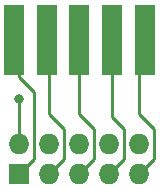
<source format=gtl>
G04 #@! TF.GenerationSoftware,KiCad,Pcbnew,(5.1.8)-1*
G04 #@! TF.CreationDate,2021-01-22T23:51:14+01:00*
G04 #@! TF.ProjectId,IDC to DB9,49444320-746f-4204-9442-392e6b696361,rev?*
G04 #@! TF.SameCoordinates,Original*
G04 #@! TF.FileFunction,Copper,L1,Top*
G04 #@! TF.FilePolarity,Positive*
%FSLAX46Y46*%
G04 Gerber Fmt 4.6, Leading zero omitted, Abs format (unit mm)*
G04 Created by KiCad (PCBNEW (5.1.8)-1) date 2021-01-22 23:51:14*
%MOMM*%
%LPD*%
G01*
G04 APERTURE LIST*
G04 #@! TA.AperFunction,SMDPad,CuDef*
%ADD10R,1.700000X6.000000*%
G04 #@! TD*
G04 #@! TA.AperFunction,ComponentPad*
%ADD11O,1.727200X1.727200*%
G04 #@! TD*
G04 #@! TA.AperFunction,ComponentPad*
%ADD12R,1.727200X1.727200*%
G04 #@! TD*
G04 #@! TA.AperFunction,ViaPad*
%ADD13C,0.800000*%
G04 #@! TD*
G04 #@! TA.AperFunction,Conductor*
%ADD14C,0.250000*%
G04 #@! TD*
G04 APERTURE END LIST*
D10*
X136684500Y-78168500D03*
X139454500Y-78168500D03*
X142224500Y-78168500D03*
X144994500Y-78168500D03*
X147764500Y-78168500D03*
D11*
X147320000Y-86995000D03*
X144780000Y-86995000D03*
X142240000Y-86995000D03*
X139700000Y-86995000D03*
X137160000Y-86995000D03*
X147320000Y-89535000D03*
X144780000Y-89535000D03*
X142240000Y-89535000D03*
X139700000Y-89535000D03*
D12*
X137160000Y-89535000D03*
D13*
X137160000Y-83185000D03*
D14*
X137160000Y-78644000D02*
X136684500Y-78168500D01*
X137160000Y-81280000D02*
X137160000Y-78644000D01*
X138430000Y-82550000D02*
X137160000Y-81280000D01*
X138430000Y-88265000D02*
X138430000Y-82550000D01*
X137160000Y-89535000D02*
X138430000Y-88265000D01*
X140970000Y-88265000D02*
X139700000Y-89535000D01*
X140970000Y-85725000D02*
X140970000Y-88265000D01*
X139700000Y-84455000D02*
X140970000Y-85725000D01*
X139700000Y-78414000D02*
X139700000Y-84455000D01*
X139454500Y-78168500D02*
X139700000Y-78414000D01*
X143510000Y-88265000D02*
X142240000Y-89535000D01*
X143510000Y-85725000D02*
X143510000Y-88265000D01*
X142224500Y-84439500D02*
X143510000Y-85725000D01*
X142224500Y-78168500D02*
X142224500Y-84439500D01*
X144994500Y-84669500D02*
X144994500Y-78168500D01*
X146050000Y-85725000D02*
X144994500Y-84669500D01*
X146050000Y-88265000D02*
X146050000Y-85725000D01*
X144780000Y-89535000D02*
X146050000Y-88265000D01*
X137160000Y-86995000D02*
X137160000Y-83185000D01*
X148590000Y-88265000D02*
X147320000Y-89535000D01*
X148590000Y-85725000D02*
X148590000Y-88265000D01*
X147320000Y-84455000D02*
X148590000Y-85725000D01*
X147320000Y-78613000D02*
X147320000Y-84455000D01*
X147764500Y-78168500D02*
X147320000Y-78613000D01*
M02*

</source>
